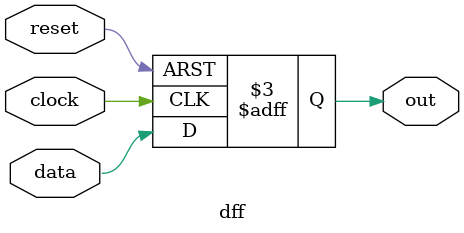
<source format=v>
`timescale 1ns / 1ps
module dff(out,data,clock,reset);
    
	 input data,clock,reset;
	 output reg out;	 		
	 always@(negedge clock,negedge reset)
	 if (reset == 0) 
	 out <= 0;
	 else 
	 out <= data;
 
endmodule

</source>
